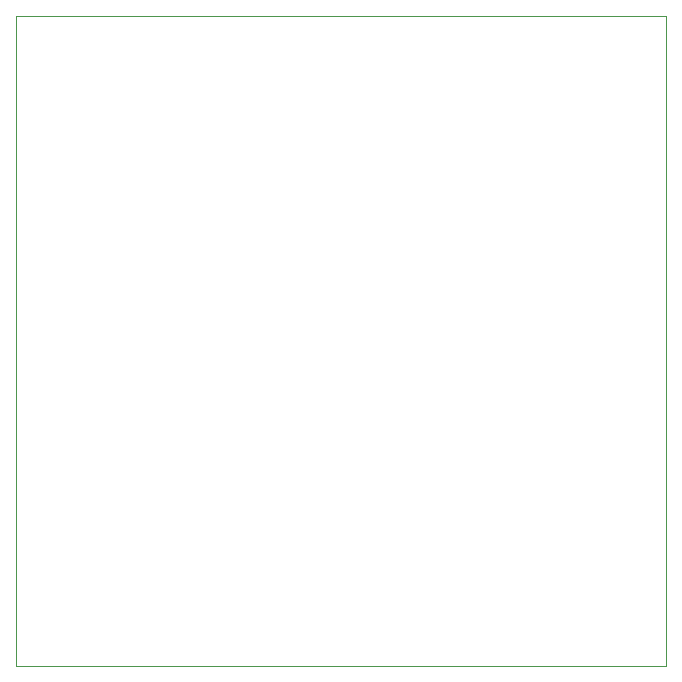
<source format=gbr>
%TF.GenerationSoftware,KiCad,Pcbnew,5.0.2-bee76a0~70~ubuntu18.04.1*%
%TF.CreationDate,2019-02-16T11:31:50+01:00*%
%TF.ProjectId,GP-Pcb-Nano,47502d50-6362-42d4-9e61-6e6f2e6b6963,2.0*%
%TF.SameCoordinates,Original*%
%TF.FileFunction,Profile,NP*%
%FSLAX46Y46*%
G04 Gerber Fmt 4.6, Leading zero omitted, Abs format (unit mm)*
G04 Created by KiCad (PCBNEW 5.0.2-bee76a0~70~ubuntu18.04.1) date sab 16 feb 2019 11:31:50 CET*
%MOMM*%
%LPD*%
G01*
G04 APERTURE LIST*
%ADD10C,0.010000*%
G04 APERTURE END LIST*
D10*
X86360000Y-62484000D02*
X86360000Y-117484000D01*
X141360000Y-117484000D02*
X86360000Y-117484000D01*
X141360000Y-62484000D02*
X141360000Y-117484000D01*
X86360000Y-62484000D02*
X141360000Y-62484000D01*
M02*

</source>
